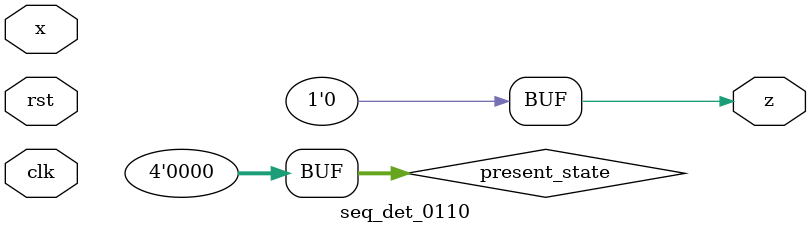
<source format=v>
module seq_det_0110(x,clk,rst,z);
input x,clk,rst;
output reg  z;
parameter idle = 4'h0;
parameter           case1 = 4'h1;
parameter          case2 = 4'h2;
parameter          case3 = 4'h3;
parameter          case4 = 4'h4;
reg[3:0]present_state,next_state;

always@(posedge clk)
begin
    if(rst)
        present_state<=idle;
    else
        present_state<=next_state;
end

always@(*)
begin
    present_state = idle;
    case(present_state)
        idle : begin
            if(x==1)
                next_state = idle;
                else
                next_state = case1;
        end
        case1 : begin
            if(x==0)
                next_state = case1;
            else
                next_state = case2;
        end
        case2 : begin
            if(x==0)
                next_state = case2;
            else
                next_state = case3;
        end
        case3 : begin
            if(x==1)
                next_state = idle;
            else
                next_state = case4;
        end
        case4 : begin
            if(x==1)
                next_state = idle;
            else
                next_state = case1;
        end
        default : next_state = idle;
    endcase
end

always@(present_state)
begin
    case(present_state)
        idle:z = 0;
        case1:z = 0;
        case2:z = 0;
        case3:z = 0;
        case4:z = 1;
        default:z = 0;
    endcase
    end

//assign z = (present_state==case4)&&(x==0) ? 1:0;
endmodule

</source>
